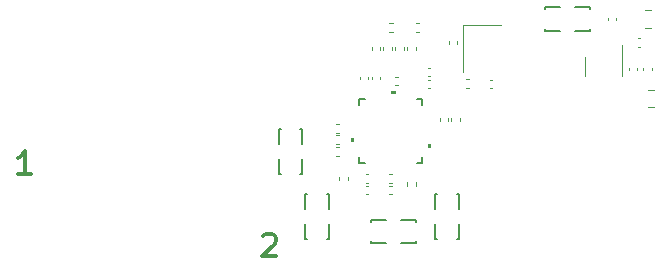
<source format=gbr>
%TF.GenerationSoftware,KiCad,Pcbnew,(6.0.5-0)*%
%TF.CreationDate,2024-08-15T15:02:20-04:00*%
%TF.ProjectId,SDTV2CSI,53445456-3243-4534-992e-6b696361645f,rev?*%
%TF.SameCoordinates,Original*%
%TF.FileFunction,Legend,Top*%
%TF.FilePolarity,Positive*%
%FSLAX46Y46*%
G04 Gerber Fmt 4.6, Leading zero omitted, Abs format (unit mm)*
G04 Created by KiCad (PCBNEW (6.0.5-0)) date 2024-08-15 15:02:20*
%MOMM*%
%LPD*%
G01*
G04 APERTURE LIST*
%ADD10C,0.380000*%
%ADD11C,0.120000*%
%ADD12C,0.152400*%
G04 APERTURE END LIST*
D10*
X127707142Y-70140476D02*
X127797619Y-70050000D01*
X127978571Y-69959523D01*
X128430952Y-69959523D01*
X128611904Y-70050000D01*
X128702380Y-70140476D01*
X128792857Y-70321428D01*
X128792857Y-70502380D01*
X128702380Y-70773809D01*
X127616666Y-71859523D01*
X128792857Y-71859523D01*
X108042857Y-64859523D02*
X106957142Y-64859523D01*
X107500000Y-64859523D02*
X107500000Y-62959523D01*
X107319047Y-63230952D01*
X107138095Y-63411904D01*
X106957142Y-63502380D01*
D11*
%TO.C,R26*%
X140630000Y-65596359D02*
X140630000Y-65903641D01*
X139870000Y-65596359D02*
X139870000Y-65903641D01*
%TO.C,C22*%
X160511252Y-52485000D02*
X159988748Y-52485000D01*
X160511252Y-51015000D02*
X159988748Y-51015000D01*
%TO.C,C10*%
X141857836Y-55890000D02*
X141642164Y-55890000D01*
X141857836Y-56610000D02*
X141642164Y-56610000D01*
%TO.C,C1*%
X136392164Y-64890000D02*
X136607836Y-64890000D01*
X136392164Y-65610000D02*
X136607836Y-65610000D01*
%TO.C,R2*%
X138346359Y-52880000D02*
X138653641Y-52880000D01*
X138346359Y-52120000D02*
X138653641Y-52120000D01*
%TO.C,C6*%
X138607836Y-64890000D02*
X138392164Y-64890000D01*
X138607836Y-65610000D02*
X138392164Y-65610000D01*
%TO.C,R6*%
X134120000Y-65403641D02*
X134120000Y-65096359D01*
X134880000Y-65403641D02*
X134880000Y-65096359D01*
D12*
%TO.C,F3*%
X136845000Y-68746700D02*
X136845000Y-68921960D01*
X138112460Y-68746700D02*
X136845000Y-68746700D01*
X136845000Y-70753300D02*
X138112460Y-70753300D01*
X139387540Y-70753300D02*
X140655000Y-70753300D01*
X140655000Y-70753300D02*
X140655000Y-70578040D01*
X140655000Y-68746700D02*
X139387540Y-68746700D01*
X136845000Y-70578040D02*
X136845000Y-70753300D01*
X140655000Y-68921960D02*
X140655000Y-68746700D01*
D11*
%TO.C,C16*%
X139610000Y-54357836D02*
X139610000Y-54142164D01*
X138890000Y-54357836D02*
X138890000Y-54142164D01*
%TO.C,C26*%
X158640000Y-55892164D02*
X158640000Y-56107836D01*
X159360000Y-55892164D02*
X159360000Y-56107836D01*
%TO.C,U2*%
X154940000Y-55750000D02*
X154940000Y-56550000D01*
X158060000Y-55750000D02*
X158060000Y-56550000D01*
X154940000Y-55750000D02*
X154940000Y-54950000D01*
X158060000Y-55750000D02*
X158060000Y-53950000D01*
%TO.C,R3*%
X140596359Y-52120000D02*
X140903641Y-52120000D01*
X140596359Y-52880000D02*
X140903641Y-52880000D01*
%TO.C,C13*%
X139107836Y-56640000D02*
X138892164Y-56640000D01*
X139107836Y-57360000D02*
X138892164Y-57360000D01*
%TO.C,C14*%
X140610000Y-54357836D02*
X140610000Y-54142164D01*
X139890000Y-54357836D02*
X139890000Y-54142164D01*
D12*
%TO.C,F2*%
X144253300Y-66595000D02*
X144078040Y-66595000D01*
X142421960Y-66595000D02*
X142246700Y-66595000D01*
X144253300Y-70405000D02*
X144253300Y-69137540D01*
X142246700Y-66595000D02*
X142246700Y-67862460D01*
X142246700Y-70405000D02*
X142421960Y-70405000D01*
X144253300Y-67862460D02*
X144253300Y-66595000D01*
X144078040Y-70405000D02*
X144253300Y-70405000D01*
X142246700Y-69137540D02*
X142246700Y-70405000D01*
%TO.C,F4*%
X131003300Y-61095000D02*
X130828040Y-61095000D01*
X131003300Y-62362460D02*
X131003300Y-61095000D01*
X128996700Y-61095000D02*
X128996700Y-62362460D01*
X128996700Y-64905000D02*
X129171960Y-64905000D01*
X131003300Y-64905000D02*
X131003300Y-63637540D01*
X128996700Y-63637540D02*
X128996700Y-64905000D01*
X129171960Y-61095000D02*
X128996700Y-61095000D01*
X130828040Y-64905000D02*
X131003300Y-64905000D01*
D11*
%TO.C,R7*%
X136870000Y-54403641D02*
X136870000Y-54096359D01*
X137630000Y-54403641D02*
X137630000Y-54096359D01*
%TO.C,C4*%
X143390000Y-53642164D02*
X143390000Y-53857836D01*
X144110000Y-53642164D02*
X144110000Y-53857836D01*
%TO.C,R23*%
X145153641Y-56870000D02*
X144846359Y-56870000D01*
X145153641Y-57630000D02*
X144846359Y-57630000D01*
%TO.C,R9*%
X138630000Y-54096359D02*
X138630000Y-54403641D01*
X137870000Y-54096359D02*
X137870000Y-54403641D01*
%TO.C,C23*%
X160761252Y-59235000D02*
X160238748Y-59235000D01*
X160761252Y-57765000D02*
X160238748Y-57765000D01*
%TO.C,C25*%
X156890000Y-51642164D02*
X156890000Y-51857836D01*
X157610000Y-51642164D02*
X157610000Y-51857836D01*
%TO.C,R24*%
X134153641Y-63380000D02*
X133846359Y-63380000D01*
X134153641Y-62620000D02*
X133846359Y-62620000D01*
D12*
%TO.C,F1*%
X154137540Y-52753300D02*
X155405000Y-52753300D01*
X151595000Y-52578040D02*
X151595000Y-52753300D01*
X155405000Y-50921960D02*
X155405000Y-50746700D01*
X152862460Y-50746700D02*
X151595000Y-50746700D01*
X151595000Y-50746700D02*
X151595000Y-50921960D01*
X151595000Y-52753300D02*
X152862460Y-52753300D01*
X155405000Y-52753300D02*
X155405000Y-52578040D01*
X155405000Y-50746700D02*
X154137540Y-50746700D01*
D11*
%TO.C,C3*%
X143360000Y-60142164D02*
X143360000Y-60357836D01*
X142640000Y-60142164D02*
X142640000Y-60357836D01*
%TO.C,C11*%
X136890000Y-56642164D02*
X136890000Y-56857836D01*
X137610000Y-56642164D02*
X137610000Y-56857836D01*
%TO.C,C12*%
X136610000Y-56642164D02*
X136610000Y-56857836D01*
X135890000Y-56642164D02*
X135890000Y-56857836D01*
D12*
%TO.C,U1*%
X135820300Y-63459739D02*
X135820300Y-63929700D01*
X140709739Y-63929700D02*
X141179700Y-63929700D01*
X135820300Y-58570300D02*
X135820300Y-59040261D01*
X135820300Y-63929700D02*
X136290261Y-63929700D01*
X136290261Y-58570300D02*
X135820300Y-58570300D01*
X141179700Y-59040261D02*
X141179700Y-58570300D01*
X141179700Y-58570300D02*
X140709739Y-58570300D01*
X141179700Y-63929700D02*
X141179700Y-63459739D01*
G36*
X135388500Y-62190501D02*
G01*
X135134500Y-62190501D01*
X135134500Y-61809501D01*
X135388500Y-61809501D01*
X135388500Y-62190501D01*
G37*
G36*
X141865500Y-62690500D02*
G01*
X141611500Y-62690500D01*
X141611500Y-62309500D01*
X141865500Y-62309500D01*
X141865500Y-62690500D01*
G37*
G36*
X138940500Y-58138500D02*
G01*
X138559499Y-58138500D01*
X138559499Y-57884500D01*
X138940500Y-57884500D01*
X138940500Y-58138500D01*
G37*
D11*
%TO.C,R25*%
X134153641Y-61620000D02*
X133846359Y-61620000D01*
X134153641Y-62380000D02*
X133846359Y-62380000D01*
%TO.C,R1*%
X134153641Y-61380000D02*
X133846359Y-61380000D01*
X134153641Y-60620000D02*
X133846359Y-60620000D01*
D12*
%TO.C,F5*%
X131246700Y-69137540D02*
X131246700Y-70405000D01*
X133253300Y-70405000D02*
X133253300Y-69137540D01*
X133253300Y-67862460D02*
X133253300Y-66595000D01*
X131246700Y-70405000D02*
X131421960Y-70405000D01*
X131246700Y-66595000D02*
X131246700Y-67862460D01*
X131421960Y-66595000D02*
X131246700Y-66595000D01*
X133253300Y-66595000D02*
X133078040Y-66595000D01*
X133078040Y-70405000D02*
X133253300Y-70405000D01*
D11*
%TO.C,C27*%
X159890000Y-55892164D02*
X159890000Y-56107836D01*
X160610000Y-55892164D02*
X160610000Y-56107836D01*
%TO.C,C5*%
X143640000Y-60142164D02*
X143640000Y-60357836D01*
X144360000Y-60142164D02*
X144360000Y-60357836D01*
%TO.C,C2*%
X136392164Y-65890000D02*
X136607836Y-65890000D01*
X136392164Y-66610000D02*
X136607836Y-66610000D01*
%TO.C,C9*%
X141857836Y-57610000D02*
X141642164Y-57610000D01*
X141857836Y-56890000D02*
X141642164Y-56890000D01*
%TO.C,C7*%
X147107836Y-56890000D02*
X146892164Y-56890000D01*
X147107836Y-57610000D02*
X146892164Y-57610000D01*
%TO.C,C8*%
X138607836Y-66610000D02*
X138392164Y-66610000D01*
X138607836Y-65890000D02*
X138392164Y-65890000D01*
%TO.C,C24*%
X159607836Y-53390000D02*
X159392164Y-53390000D01*
X159607836Y-54110000D02*
X159392164Y-54110000D01*
%TO.C,Y1*%
X147850000Y-52250000D02*
X144650000Y-52250000D01*
X144650000Y-52250000D02*
X144650000Y-56250000D01*
%TD*%
M02*

</source>
